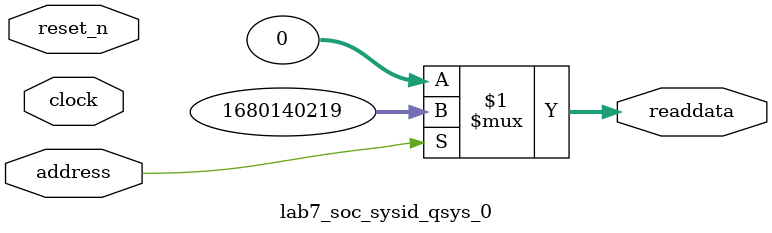
<source format=v>



// synthesis translate_off
`timescale 1ns / 1ps
// synthesis translate_on

// turn off superfluous verilog processor warnings 
// altera message_level Level1 
// altera message_off 10034 10035 10036 10037 10230 10240 10030 

module lab7_soc_sysid_qsys_0 (
               // inputs:
                address,
                clock,
                reset_n,

               // outputs:
                readdata
             )
;

  output  [ 31: 0] readdata;
  input            address;
  input            clock;
  input            reset_n;

  wire    [ 31: 0] readdata;
  //control_slave, which is an e_avalon_slave
  assign readdata = address ? 1680140219 : 0;

endmodule



</source>
